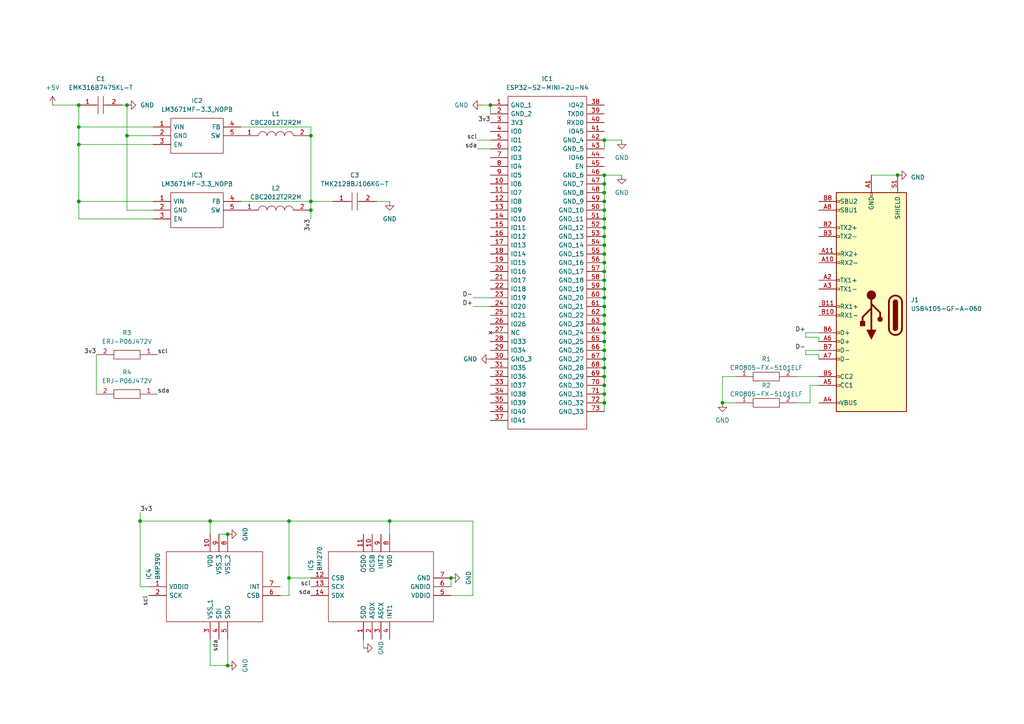
<source format=kicad_sch>
(kicad_sch (version 20230121) (generator eeschema)
  (paper "A4")
  (lib_symbols
    (symbol "Connector:USB_C_Receptacle" (pin_names (offset 1.016))
      (property "Reference" "J" (at -10.16 29.21 0))
      (property "Value" "USB_C_Receptacle" (at 10.16 29.21 0))
      (symbol "USB_C_Receptacle_0_0"
        (rectangle (start -0.254 -35.56) (end 0.254 -34.544))
        (rectangle (start 10.16 -32.766) (end 9.144 -33.274))
        (rectangle (start 10.16 -30.226) (end 9.144 -30.734))
        (rectangle (start 10.16 -25.146) (end 9.144 -25.654))
        (rectangle (start 10.16 -22.606) (end 9.144 -23.114))
        (rectangle (start 10.16 -17.526) (end 9.144 -18.034))
        (rectangle (start 10.16 -14.986) (end 9.144 -15.494))
        (rectangle (start 10.16 -9.906) (end 9.144 -10.414))
        (rectangle (start 10.16 -7.366) (end 9.144 -7.874))
        (rectangle (start 10.16 -2.286) (end 9.144 -2.794))
        (rectangle (start 10.16 0.254) (end 9.144 -0.254))
        (rectangle (start 10.16 5.334) (end 9.144 4.826))
        (rectangle (start 10.16 7.874) (end 9.144 7.366))
        (rectangle (start 10.16 10.414) (end 9.144 9.906))
        (rectangle (start 10.16 12.954) (end 9.144 12.446))
        (rectangle (start 10.16 18.034) (end 9.144 17.526))
        (rectangle (start 10.16 20.574) (end 9.144 20.066))
        (rectangle (start 10.16 25.654) (end 9.144 25.146))
      )
      (symbol "USB_C_Receptacle_0_1"
        (rectangle (start -10.16 27.94) (end 10.16 -35.56) (stroke (width 0.254)) (fill (type background)))
        (arc (start -8.89 -3.81) (mid -6.985 -5.7067) (end -5.08 -3.81) (stroke (width 0.508)))
        (arc (start -7.62 -3.81) (mid -6.985 -4.4423) (end -6.35 -3.81) (stroke (width 0.254)))
        (arc (start -7.62 -3.81) (mid -6.985 -4.4423) (end -6.35 -3.81) (stroke (width 0.254)) (fill (type outline)))
        (rectangle (start -7.62 -3.81) (end -6.35 3.81) (stroke (width 0.254)) (fill (type outline)))
        (arc (start -6.35 3.81) (mid -6.985 4.4423) (end -7.62 3.81) (stroke (width 0.254)))
        (arc (start -6.35 3.81) (mid -6.985 4.4423) (end -7.62 3.81) (stroke (width 0.254)) (fill (type outline)))
        (arc (start -5.08 3.81) (mid -6.985 5.7067) (end -8.89 3.81) (stroke (width 0.508)))
        (polyline (pts (xy -8.89 -3.81) (xy -8.89 3.81)) (stroke (width 0.508)))
        (polyline (pts (xy -5.08 3.81) (xy -5.08 -3.81)) (stroke (width 0.508)))
      )
      (symbol "USB_C_Receptacle_1_1"
        (circle (center -2.54 1.143) (radius 0.635) (stroke (width 0.254)) (fill (type outline)))
        (circle (center 0 -5.842) (radius 1.27) (fill (type outline)))
        (polyline (pts (xy 0 -5.842) (xy 0 4.318)) (stroke (width 0.508)))
        (polyline (pts (xy 0 -3.302) (xy -2.54 -0.762) (xy -2.54 0.508)) (stroke (width 0.508)))
        (polyline (pts (xy 0 -2.032) (xy 2.54 0.508) (xy 2.54 1.778)) (stroke (width 0.508)))
        (polyline (pts (xy -1.27 4.318) (xy 0 6.858) (xy 1.27 4.318) (xy -1.27 4.318)) (stroke (width 0.254)) (fill (type outline)))
        (rectangle (start 1.905 1.778) (end 3.175 3.048) (stroke (width 0.254)) (fill (type outline)))
        (pin passive line (at 0 -40.64 90) (length 5.08) (name "GND") (number "A1"))
        (pin bidirectional line (at 15.24 -15.24 180) (length 5.08) (name "RX2-") (number "A10"))
        (pin bidirectional line (at 15.24 -17.78 180) (length 5.08) (name "RX2+") (number "A11"))
        (pin passive line (at 0 -40.64 90) (length 5.08) hide (name "GND") (number "A12"))
        (pin bidirectional line (at 15.24 -10.16 180) (length 5.08) (name "TX1+") (number "A2"))
        (pin bidirectional line (at 15.24 -7.62 180) (length 5.08) (name "TX1-") (number "A3"))
        (pin passive line (at 15.24 25.4 180) (length 5.08) (name "VBUS") (number "A4"))
        (pin bidirectional line (at 15.24 20.32 180) (length 5.08) (name "CC1") (number "A5"))
        (pin bidirectional line (at 15.24 7.62 180) (length 5.08) (name "D+") (number "A6"))
        (pin bidirectional line (at 15.24 12.7 180) (length 5.08) (name "D-") (number "A7"))
        (pin bidirectional line (at 15.24 -30.48 180) (length 5.08) (name "SBU1") (number "A8"))
        (pin passive line (at 15.24 25.4 180) (length 5.08) hide (name "VBUS") (number "A9"))
        (pin passive line (at 0 -40.64 90) (length 5.08) hide (name "GND") (number "B1"))
        (pin bidirectional line (at 15.24 0 180) (length 5.08) (name "RX1-") (number "B10"))
        (pin bidirectional line (at 15.24 -2.54 180) (length 5.08) (name "RX1+") (number "B11"))
        (pin passive line (at 0 -40.64 90) (length 5.08) hide (name "GND") (number "B12"))
        (pin bidirectional line (at 15.24 -25.4 180) (length 5.08) (name "TX2+") (number "B2"))
        (pin bidirectional line (at 15.24 -22.86 180) (length 5.08) (name "TX2-") (number "B3"))
        (pin passive line (at 15.24 25.4 180) (length 5.08) hide (name "VBUS") (number "B4"))
        (pin bidirectional line (at 15.24 17.78 180) (length 5.08) (name "CC2") (number "B5"))
        (pin bidirectional line (at 15.24 5.08 180) (length 5.08) (name "D+") (number "B6"))
        (pin bidirectional line (at 15.24 10.16 180) (length 5.08) (name "D-") (number "B7"))
        (pin bidirectional line (at 15.24 -33.02 180) (length 5.08) (name "SBU2") (number "B8"))
        (pin passive line (at 15.24 25.4 180) (length 5.08) hide (name "VBUS") (number "B9"))
        (pin passive line (at -7.62 -40.64 90) (length 5.08) (name "SHIELD") (number "S1"))
      )
    )
    (symbol "GND_1" (power) (pin_names (offset 0))
      (property "Value" "GND_1" (at 0 -3.81 0))
      (symbol "GND_1_0_1"
        (polyline (pts (xy 0 0) (xy 0 -1.27) (xy 1.27 -1.27) (xy 0 -2.54) (xy -1.27 -1.27) (xy 0 -1.27)))
      )
      (symbol "GND_1_1_1"
        (pin power_in line (at 0 0 270) (length 0) hide (name "GND") (number "1"))
      )
    )
    (symbol "GND_2" (power) (pin_names (offset 0))
      (property "Value" "GND_2" (at 0 -3.81 0))
      (symbol "GND_2_0_1"
        (polyline (pts (xy 0 0) (xy 0 -1.27) (xy 1.27 -1.27) (xy 0 -2.54) (xy -1.27 -1.27) (xy 0 -1.27)))
      )
      (symbol "GND_2_1_1"
        (pin power_in line (at 0 0 270) (length 0) hide (name "GND") (number "1"))
      )
    )
    (symbol "SamacSys_Parts:BMI270" (pin_names (offset 0.762))
      (property "Reference" "IC" (at 26.67 15.24 0))
      (property "Value" "BMI270" (at 26.67 12.7 0))
      (symbol "BMI270_0_0"
        (pin passive line (at 0 0 0) (length 5.08) (name "SDO") (number "1"))
        (pin passive line (at 30.48 -2.54 180) (length 5.08) (name "OCSB") (number "10"))
        (pin passive line (at 30.48 0 180) (length 5.08) (name "OSDO") (number "11"))
        (pin passive line (at 17.78 15.24 270) (length 5.08) (name "CSB") (number "12"))
        (pin passive line (at 15.24 15.24 270) (length 5.08) (name "SCX") (number "13"))
        (pin passive line (at 12.7 15.24 270) (length 5.08) (name "SDX") (number "14"))
        (pin passive line (at 0 -2.54 0) (length 5.08) (name "ASDX") (number "2"))
        (pin passive line (at 0 -5.08 0) (length 5.08) (name "ASCX") (number "3"))
        (pin passive line (at 0 -7.62 0) (length 5.08) (name "INT1") (number "4"))
        (pin passive line (at 12.7 -25.4 90) (length 5.08) (name "VDDIO") (number "5"))
        (pin passive line (at 15.24 -25.4 90) (length 5.08) (name "GNDIO") (number "6"))
        (pin passive line (at 17.78 -25.4 90) (length 5.08) (name "GND") (number "7"))
        (pin passive line (at 30.48 -7.62 180) (length 5.08) (name "VDD") (number "8"))
        (pin passive line (at 30.48 -5.08 180) (length 5.08) (name "INT2") (number "9"))
      )
      (symbol "BMI270_0_1"
        (polyline (pts (xy 5.08 10.16) (xy 25.4 10.16) (xy 25.4 -20.32) (xy 5.08 -20.32) (xy 5.08 10.16)) (stroke (width 0.1524)))
      )
    )
    (symbol "SamacSys_Parts:BMP390" (pin_names (offset 0.762))
      (property "Reference" "IC" (at 26.67 17.78 0))
      (property "Value" "BMP390" (at 26.67 15.24 0))
      (symbol "BMP390_0_0"
        (pin passive line (at 15.24 17.78 270) (length 5.08) (name "VDDIO") (number "1"))
        (pin passive line (at 30.48 0 180) (length 5.08) (name "VDD") (number "10"))
        (pin passive line (at 12.7 17.78 270) (length 5.08) (name "SCK") (number "2"))
        (pin passive line (at 0 0 0) (length 5.08) (name "VSS_1") (number "3"))
        (pin passive line (at 0 -2.54 0) (length 5.08) (name "SDI") (number "4"))
        (pin passive line (at 0 -5.08 0) (length 5.08) (name "SDO") (number "5"))
        (pin passive line (at 12.7 -20.32 90) (length 5.08) (name "CSB") (number "6"))
        (pin passive line (at 15.24 -20.32 90) (length 5.08) (name "INT") (number "7"))
        (pin passive line (at 30.48 -5.08 180) (length 5.08) (name "VSS_2") (number "8"))
        (pin passive line (at 30.48 -2.54 180) (length 5.08) (name "VSS_3") (number "9"))
      )
      (symbol "BMP390_0_1"
        (polyline (pts (xy 5.08 12.7) (xy 25.4 12.7) (xy 25.4 -15.24) (xy 5.08 -15.24) (xy 5.08 12.7)) (stroke (width 0.1524)))
      )
    )
    (symbol "SamacSys_Parts:CBC2012T2R2M" (pin_names (offset 0.762))
      (property "Reference" "L" (at 16.51 6.35 0))
      (property "Value" "CBC2012T2R2M" (at 16.51 3.81 0))
      (symbol "CBC2012T2R2M_0_0"
        (pin passive line (at 0 0 0) (length 5.08) (name "~") (number "1"))
        (pin passive line (at 20.32 0 180) (length 5.08) (name "~") (number "2"))
      )
      (symbol "CBC2012T2R2M_0_1"
        (arc (start 7.62 0) (mid 6.35 1.2202) (end 5.08 0) (stroke (width 0.1524)))
        (arc (start 10.16 0) (mid 8.89 1.2202) (end 7.62 0) (stroke (width 0.1524)))
        (arc (start 12.7 0) (mid 11.43 1.2202) (end 10.16 0) (stroke (width 0.1524)))
        (arc (start 15.24 0) (mid 13.97 1.2202) (end 12.7 0) (stroke (width 0.1524)))
      )
    )
    (symbol "SamacSys_Parts:CR0805-FX-5101ELF" (pin_names (offset 0.762))
      (property "Reference" "R" (at 13.97 6.35 0))
      (property "Value" "CR0805-FX-5101ELF" (at 13.97 3.81 0))
      (symbol "CR0805-FX-5101ELF_0_0"
        (pin passive line (at 0 0 0) (length 5.08) (name "~") (number "1"))
        (pin passive line (at 17.78 0 180) (length 5.08) (name "~") (number "2"))
      )
      (symbol "CR0805-FX-5101ELF_0_1"
        (polyline (pts (xy 5.08 1.27) (xy 12.7 1.27) (xy 12.7 -1.27) (xy 5.08 -1.27) (xy 5.08 1.27)) (stroke (width 0.1524)))
      )
    )
    (symbol "SamacSys_Parts:EMK316B7475KL-T" (pin_names (offset 0.762))
      (property "Reference" "C" (at 8.89 6.35 0))
      (property "Value" "EMK316B7475KL-T" (at 8.89 3.81 0))
      (symbol "EMK316B7475KL-T_0_0"
        (pin passive line (at 0 0 0) (length 5.08) (name "~") (number "1"))
        (pin passive line (at 12.7 0 180) (length 5.08) (name "~") (number "2"))
      )
      (symbol "EMK316B7475KL-T_0_1"
        (polyline (pts (xy 5.08 0) (xy 5.588 0)) (stroke (width 0.1524)))
        (polyline (pts (xy 5.588 2.54) (xy 5.588 -2.54)) (stroke (width 0.1524)))
        (polyline (pts (xy 7.112 0) (xy 7.62 0)) (stroke (width 0.1524)))
        (polyline (pts (xy 7.112 2.54) (xy 7.112 -2.54)) (stroke (width 0.1524)))
      )
    )
    (symbol "SamacSys_Parts:ERJ-P06J472V" (pin_names (offset 0.762))
      (property "Reference" "R" (at 13.97 6.35 0))
      (property "Value" "ERJ-P06J472V" (at 13.97 3.81 0))
      (symbol "ERJ-P06J472V_0_0"
        (pin passive line (at 0 0 0) (length 5.08) (name "~") (number "1"))
        (pin passive line (at 17.78 0 180) (length 5.08) (name "~") (number "2"))
      )
      (symbol "ERJ-P06J472V_0_1"
        (polyline (pts (xy 5.08 1.27) (xy 12.7 1.27) (xy 12.7 -1.27) (xy 5.08 -1.27) (xy 5.08 1.27)) (stroke (width 0.1524)))
      )
    )
    (symbol "SamacSys_Parts:ESP32-S2-MINI-2U-N4" (pin_names (offset 0.762))
      (property "Reference" "IC" (at 29.21 7.62 0))
      (property "Value" "ESP32-S2-MINI-2U-N4" (at 29.21 5.08 0))
      (symbol "ESP32-S2-MINI-2U-N4_0_0"
        (pin passive line (at 0 0 0) (length 5.08) (name "GND_1") (number "1"))
        (pin passive line (at 0 -22.86 0) (length 5.08) (name "IO6") (number "10"))
        (pin passive line (at 0 -25.4 0) (length 5.08) (name "IO7") (number "11"))
        (pin passive line (at 0 -27.94 0) (length 5.08) (name "IO8") (number "12"))
        (pin passive line (at 0 -30.48 0) (length 5.08) (name "IO9") (number "13"))
        (pin passive line (at 0 -33.02 0) (length 5.08) (name "IO10") (number "14"))
        (pin passive line (at 0 -35.56 0) (length 5.08) (name "IO11") (number "15"))
        (pin passive line (at 0 -38.1 0) (length 5.08) (name "IO12") (number "16"))
        (pin passive line (at 0 -40.64 0) (length 5.08) (name "IO13") (number "17"))
        (pin passive line (at 0 -43.18 0) (length 5.08) (name "IO14") (number "18"))
        (pin passive line (at 0 -45.72 0) (length 5.08) (name "IO15") (number "19"))
        (pin passive line (at 0 -2.54 0) (length 5.08) (name "GND_2") (number "2"))
        (pin passive line (at 0 -48.26 0) (length 5.08) (name "IO16") (number "20"))
        (pin passive line (at 0 -50.8 0) (length 5.08) (name "IO17") (number "21"))
        (pin passive line (at 0 -53.34 0) (length 5.08) (name "IO18") (number "22"))
        (pin passive line (at 0 -55.88 0) (length 5.08) (name "IO19") (number "23"))
        (pin passive line (at 0 -58.42 0) (length 5.08) (name "IO20") (number "24"))
        (pin passive line (at 0 -60.96 0) (length 5.08) (name "IO21") (number "25"))
        (pin passive line (at 0 -63.5 0) (length 5.08) (name "IO26") (number "26"))
        (pin no_connect line (at 0 -66.04 0) (length 5.08) (name "NC") (number "27"))
        (pin passive line (at 0 -68.58 0) (length 5.08) (name "IO33") (number "28"))
        (pin passive line (at 0 -71.12 0) (length 5.08) (name "IO34") (number "29"))
        (pin passive line (at 0 -5.08 0) (length 5.08) (name "3V3") (number "3"))
        (pin passive line (at 0 -73.66 0) (length 5.08) (name "GND_3") (number "30"))
        (pin passive line (at 0 -76.2 0) (length 5.08) (name "IO35") (number "31"))
        (pin passive line (at 0 -78.74 0) (length 5.08) (name "IO36") (number "32"))
        (pin passive line (at 0 -81.28 0) (length 5.08) (name "IO37") (number "33"))
        (pin passive line (at 0 -83.82 0) (length 5.08) (name "IO38") (number "34"))
        (pin passive line (at 0 -86.36 0) (length 5.08) (name "IO39") (number "35"))
        (pin passive line (at 0 -88.9 0) (length 5.08) (name "IO40") (number "36"))
        (pin passive line (at 0 -91.44 0) (length 5.08) (name "IO41") (number "37"))
        (pin passive line (at 33.02 0 180) (length 5.08) (name "IO42") (number "38"))
        (pin passive line (at 33.02 -2.54 180) (length 5.08) (name "TXD0") (number "39"))
        (pin passive line (at 0 -7.62 0) (length 5.08) (name "IO0") (number "4"))
        (pin passive line (at 33.02 -5.08 180) (length 5.08) (name "RXD0") (number "40"))
        (pin passive line (at 33.02 -7.62 180) (length 5.08) (name "IO45") (number "41"))
        (pin passive line (at 33.02 -10.16 180) (length 5.08) (name "GND_4") (number "42"))
        (pin passive line (at 33.02 -12.7 180) (length 5.08) (name "GND_5") (number "43"))
        (pin passive line (at 33.02 -15.24 180) (length 5.08) (name "IO46") (number "44"))
        (pin passive line (at 33.02 -17.78 180) (length 5.08) (name "EN") (number "45"))
        (pin passive line (at 33.02 -20.32 180) (length 5.08) (name "GND_6") (number "46"))
        (pin passive line (at 33.02 -22.86 180) (length 5.08) (name "GND_7") (number "47"))
        (pin passive line (at 33.02 -25.4 180) (length 5.08) (name "GND_8") (number "48"))
        (pin passive line (at 33.02 -27.94 180) (length 5.08) (name "GND_9") (number "49"))
        (pin passive line (at 0 -10.16 0) (length 5.08) (name "IO1") (number "5"))
        (pin passive line (at 33.02 -30.48 180) (length 5.08) (name "GND_10") (number "50"))
        (pin passive line (at 33.02 -33.02 180) (length 5.08) (name "GND_11") (number "51"))
        (pin passive line (at 33.02 -35.56 180) (length 5.08) (name "GND_12") (number "52"))
        (pin passive line (at 33.02 -38.1 180) (length 5.08) (name "GND_13") (number "53"))
        (pin passive line (at 33.02 -40.64 180) (length 5.08) (name "GND_14") (number "54"))
        (pin passive line (at 33.02 -43.18 180) (length 5.08) (name "GND_15") (number "55"))
        (pin passive line (at 33.02 -45.72 180) (length 5.08) (name "GND_16") (number "56"))
        (pin passive line (at 33.02 -48.26 180) (length 5.08) (name "GND_17") (number "57"))
        (pin passive line (at 33.02 -50.8 180) (length 5.08) (name "GND_18") (number "58"))
        (pin passive line (at 33.02 -53.34 180) (length 5.08) (name "GND_19") (number "59"))
        (pin passive line (at 0 -12.7 0) (length 5.08) (name "IO2") (number "6"))
        (pin passive line (at 33.02 -55.88 180) (length 5.08) (name "GND_20") (number "60"))
        (pin passive line (at 33.02 -58.42 180) (length 5.08) (name "GND_21") (number "61"))
        (pin passive line (at 33.02 -60.96 180) (length 5.08) (name "GND_22") (number "62"))
        (pin passive line (at 33.02 -63.5 180) (length 5.08) (name "GND_23") (number "63"))
        (pin passive line (at 33.02 -66.04 180) (length 5.08) (name "GND_24") (number "64"))
        (pin passive line (at 33.02 -68.58 180) (length 5.08) (name "GND_25") (number "65"))
        (pin passive line (at 33.02 -71.12 180) (length 5.08) (name "GND_26") (number "66"))
        (pin passive line (at 33.02 -73.66 180) (length 5.08) (name "GND_27") (number "67"))
        (pin passive line (at 33.02 -76.2 180) (length 5.08) (name "GND_28") (number "68"))
        (pin passive line (at 33.02 -78.74 180) (length 5.08) (name "GND_29") (number "69"))
        (pin passive line (at 0 -15.24 0) (length 5.08) (name "IO3") (number "7"))
        (pin passive line (at 33.02 -81.28 180) (length 5.08) (name "GND_30") (number "70"))
        (pin passive line (at 33.02 -83.82 180) (length 5.08) (name "GND_31") (number "71"))
        (pin passive line (at 33.02 -86.36 180) (length 5.08) (name "GND_32") (number "72"))
        (pin passive line (at 33.02 -88.9 180) (length 5.08) (name "GND_33") (number "73"))
        (pin passive line (at 0 -17.78 0) (length 5.08) (name "IO4") (number "8"))
        (pin passive line (at 0 -20.32 0) (length 5.08) (name "IO5") (number "9"))
      )
      (symbol "ESP32-S2-MINI-2U-N4_0_1"
        (polyline (pts (xy 5.08 2.54) (xy 27.94 2.54) (xy 27.94 -93.98) (xy 5.08 -93.98) (xy 5.08 2.54)) (stroke (width 0.1524)))
      )
    )
    (symbol "SamacSys_Parts:LM3671MF-3.3_NOPB" (pin_names (offset 0.762))
      (property "Reference" "IC" (at 21.59 7.62 0))
      (property "Value" "LM3671MF-3.3_NOPB" (at 21.59 5.08 0))
      (symbol "LM3671MF-3.3_NOPB_0_0"
        (pin passive line (at 0 0 0) (length 5.08) (name "VIN") (number "1"))
        (pin passive line (at 0 -2.54 0) (length 5.08) (name "GND") (number "2"))
        (pin passive line (at 0 -5.08 0) (length 5.08) (name "EN") (number "3"))
        (pin passive line (at 25.4 0 180) (length 5.08) (name "FB") (number "4"))
        (pin passive line (at 25.4 -2.54 180) (length 5.08) (name "SW") (number "5"))
      )
      (symbol "LM3671MF-3.3_NOPB_0_1"
        (polyline (pts (xy 5.08 2.54) (xy 20.32 2.54) (xy 20.32 -7.62) (xy 5.08 -7.62) (xy 5.08 2.54)) (stroke (width 0.1524)))
      )
    )
    (symbol "SamacSys_Parts:TMK212BBJ106KG-T" (pin_names (offset 0.762))
      (property "Reference" "C" (at 8.89 6.35 0))
      (property "Value" "TMK212BBJ106KG-T" (at 8.89 3.81 0))
      (symbol "TMK212BBJ106KG-T_0_0"
        (pin passive line (at 0 0 0) (length 5.08) (name "~") (number "1"))
        (pin passive line (at 12.7 0 180) (length 5.08) (name "~") (number "2"))
      )
      (symbol "TMK212BBJ106KG-T_0_1"
        (polyline (pts (xy 5.08 0) (xy 5.588 0)) (stroke (width 0.1524)))
        (polyline (pts (xy 5.588 2.54) (xy 5.588 -2.54)) (stroke (width 0.1524)))
        (polyline (pts (xy 7.112 0) (xy 7.62 0)) (stroke (width 0.1524)))
        (polyline (pts (xy 7.112 2.54) (xy 7.112 -2.54)) (stroke (width 0.1524)))
      )
    )
    (symbol "power:+5V" (power) (pin_names (offset 0))
      (property "Value" "+5V" (at 0 3.556 0))
      (symbol "+5V_0_1"
        (polyline (pts (xy -0.762 1.27) (xy 0 2.54)))
        (polyline (pts (xy 0 0) (xy 0 2.54)))
        (polyline (pts (xy 0 2.54) (xy 0.762 1.27)))
      )
      (symbol "+5V_1_1"
        (pin power_in line (at 0 0 90) (length 0) hide (name "+5V") (number "1"))
      )
    )
    (symbol "power:GND" (power) (pin_names (offset 0))
      (property "Value" "GND" (at 0 -3.81 0))
      (symbol "GND_0_1"
        (polyline (pts (xy 0 0) (xy 0 -1.27) (xy 1.27 -1.27) (xy 0 -2.54) (xy -1.27 -1.27) (xy 0 -1.27)))
      )
      (symbol "GND_1_1"
        (pin power_in line (at 0 0 270) (length 0) hide (name "GND") (number "1"))
      )
    )
  )
  (junction (at 175.26 66.04))
  (junction (at 22.86 30.48))
  (junction (at 90.17 58.42))
  (junction (at 175.26 91.44))
  (junction (at 22.86 41.91))
  (junction (at 113.03 151.13))
  (junction (at 142.24 30.48))
  (junction (at 90.17 60.96))
  (junction (at 175.26 60.96))
  (junction (at 175.26 116.84))
  (junction (at 175.26 114.3))
  (junction (at 175.26 106.68))
  (junction (at 175.26 58.42))
  (junction (at 175.26 76.2))
  (junction (at 175.26 86.36))
  (junction (at 175.26 40.64))
  (junction (at 83.82 151.13))
  (junction (at 175.26 55.88))
  (junction (at 175.26 68.58))
  (junction (at 175.26 111.76))
  (junction (at 175.26 96.52))
  (junction (at 60.96 151.13))
  (junction (at 175.26 78.74))
  (junction (at 130.81 167.64))
  (junction (at 175.26 88.9))
  (junction (at 66.04 154.94))
  (junction (at 90.17 39.37))
  (junction (at 209.55 116.84))
  (junction (at 175.26 63.5))
  (junction (at 22.86 36.83))
  (junction (at 175.26 83.82))
  (junction (at 36.83 30.48))
  (junction (at 66.04 193.04))
  (junction (at 36.83 39.37))
  (junction (at 175.26 81.28))
  (junction (at 175.26 99.06))
  (junction (at 175.26 73.66))
  (junction (at 175.26 50.8))
  (junction (at 175.26 109.22))
  (junction (at 260.35 50.8))
  (junction (at 175.26 104.14))
  (junction (at 175.26 101.6))
  (junction (at 175.26 93.98))
  (junction (at 175.26 53.34))
  (junction (at 175.26 71.12))
  (junction (at 22.86 58.42))
  (junction (at 40.64 151.13))
  (junction (at 83.82 167.64))
  (wire (pts (xy 252.73 50.8) (xy 260.35 50.8)))
  (wire (pts (xy 175.26 55.88) (xy 175.26 58.42)))
  (wire (pts (xy 231.14 109.22) (xy 237.49 109.22)))
  (wire (pts (xy 83.82 151.13) (xy 113.03 151.13)))
  (wire (pts (xy 175.26 104.14) (xy 175.26 106.68)))
  (wire (pts (xy 66.04 193.04) (xy 66.04 185.42)))
  (wire (pts (xy 44.45 36.83) (xy 22.86 36.83)))
  (wire (pts (xy 40.64 170.18) (xy 43.18 170.18)))
  (wire (pts (xy 109.22 58.42) (xy 113.03 58.42)))
  (wire (pts (xy 36.83 60.96) (xy 44.45 60.96)))
  (wire (pts (xy 69.85 58.42) (xy 90.17 58.42)))
  (wire (pts (xy 175.26 86.36) (xy 175.26 88.9)))
  (wire (pts (xy 175.26 73.66) (xy 175.26 76.2)))
  (wire (pts (xy 175.26 111.76) (xy 175.26 114.3)))
  (wire (pts (xy 90.17 58.42) (xy 90.17 60.96)))
  (wire (pts (xy 234.95 111.76) (xy 237.49 111.76)))
  (wire (pts (xy 233.68 102.87) (xy 237.49 102.87)))
  (wire (pts (xy 175.26 88.9) (xy 175.26 91.44)))
  (wire (pts (xy 175.26 78.74) (xy 175.26 81.28)))
  (wire (pts (xy 83.82 172.72) (xy 81.28 172.72)))
  (wire (pts (xy 175.26 83.82) (xy 175.26 86.36)))
  (wire (pts (xy 175.26 106.68) (xy 175.26 109.22)))
  (wire (pts (xy 233.68 101.6) (xy 233.68 102.87)))
  (wire (pts (xy 237.49 102.87) (xy 237.49 104.14)))
  (wire (pts (xy 40.64 151.13) (xy 40.64 170.18)))
  (wire (pts (xy 209.55 116.84) (xy 209.55 109.22)))
  (wire (pts (xy 233.68 96.52) (xy 233.68 97.79)))
  (wire (pts (xy 22.86 41.91) (xy 22.86 36.83)))
  (wire (pts (xy 175.26 91.44) (xy 175.26 93.98)))
  (wire (pts (xy 175.26 114.3) (xy 175.26 116.84)))
  (wire (pts (xy 44.45 58.42) (xy 22.86 58.42)))
  (wire (pts (xy 15.24 30.48) (xy 22.86 30.48)))
  (wire (pts (xy 175.26 99.06) (xy 175.26 101.6)))
  (wire (pts (xy 60.96 151.13) (xy 83.82 151.13)))
  (wire (pts (xy 175.26 109.22) (xy 175.26 111.76)))
  (wire (pts (xy 130.81 170.18) (xy 130.81 167.64)))
  (wire (pts (xy 237.49 97.79) (xy 237.49 99.06)))
  (wire (pts (xy 137.16 86.36) (xy 142.24 86.36)))
  (wire (pts (xy 130.81 172.72) (xy 137.16 172.72)))
  (wire (pts (xy 96.52 58.42) (xy 90.17 58.42)))
  (wire (pts (xy 44.45 41.91) (xy 22.86 41.91)))
  (wire (pts (xy 27.94 102.87) (xy 27.94 114.3)))
  (wire (pts (xy 175.26 66.04) (xy 175.26 68.58)))
  (wire (pts (xy 113.03 151.13) (xy 137.16 151.13)))
  (wire (pts (xy 175.26 76.2) (xy 175.26 78.74)))
  (wire (pts (xy 36.83 30.48) (xy 36.83 39.37)))
  (wire (pts (xy 22.86 63.5) (xy 22.86 58.42)))
  (wire (pts (xy 175.26 63.5) (xy 175.26 66.04)))
  (wire (pts (xy 175.26 58.42) (xy 175.26 60.96)))
  (wire (pts (xy 83.82 167.64) (xy 90.17 167.64)))
  (wire (pts (xy 175.26 60.96) (xy 175.26 63.5)))
  (wire (pts (xy 63.5 154.94) (xy 66.04 154.94)))
  (wire (pts (xy 22.86 30.48) (xy 22.86 36.83)))
  (wire (pts (xy 175.26 50.8) (xy 180.34 50.8)))
  (wire (pts (xy 60.96 151.13) (xy 60.96 154.94)))
  (wire (pts (xy 209.55 116.84) (xy 213.36 116.84)))
  (wire (pts (xy 40.64 148.59) (xy 40.64 151.13)))
  (wire (pts (xy 175.26 96.52) (xy 175.26 99.06)))
  (wire (pts (xy 142.24 30.48) (xy 142.24 33.02)))
  (wire (pts (xy 175.26 81.28) (xy 175.26 83.82)))
  (wire (pts (xy 35.56 30.48) (xy 36.83 30.48)))
  (wire (pts (xy 83.82 167.64) (xy 83.82 172.72)))
  (wire (pts (xy 44.45 63.5) (xy 22.86 63.5)))
  (wire (pts (xy 175.26 93.98) (xy 175.26 96.52)))
  (wire (pts (xy 175.26 50.8) (xy 175.26 53.34)))
  (wire (pts (xy 90.17 39.37) (xy 90.17 58.42)))
  (wire (pts (xy 36.83 39.37) (xy 36.83 60.96)))
  (wire (pts (xy 175.26 71.12) (xy 175.26 73.66)))
  (wire (pts (xy 138.43 40.64) (xy 142.24 40.64)))
  (wire (pts (xy 175.26 53.34) (xy 175.26 55.88)))
  (wire (pts (xy 113.03 154.94) (xy 113.03 151.13)))
  (wire (pts (xy 40.64 151.13) (xy 60.96 151.13)))
  (wire (pts (xy 137.16 151.13) (xy 137.16 172.72)))
  (wire (pts (xy 60.96 193.04) (xy 60.96 185.42)))
  (wire (pts (xy 90.17 60.96) (xy 90.17 63.5)))
  (wire (pts (xy 90.17 36.83) (xy 90.17 39.37)))
  (wire (pts (xy 36.83 39.37) (xy 44.45 39.37)))
  (wire (pts (xy 137.16 88.9) (xy 142.24 88.9)))
  (wire (pts (xy 83.82 151.13) (xy 83.82 167.64)))
  (wire (pts (xy 69.85 36.83) (xy 90.17 36.83)))
  (wire (pts (xy 139.7 30.48) (xy 142.24 30.48)))
  (wire (pts (xy 234.95 111.76) (xy 234.95 116.84)))
  (wire (pts (xy 175.26 101.6) (xy 175.26 104.14)))
  (wire (pts (xy 209.55 109.22) (xy 213.36 109.22)))
  (wire (pts (xy 234.95 116.84) (xy 231.14 116.84)))
  (wire (pts (xy 175.26 40.64) (xy 180.34 40.64)))
  (wire (pts (xy 60.96 193.04) (xy 66.04 193.04)))
  (wire (pts (xy 175.26 40.64) (xy 175.26 43.18)))
  (wire (pts (xy 105.41 187.96) (xy 105.41 185.42)))
  (wire (pts (xy 233.68 101.6) (xy 237.49 101.6)))
  (wire (pts (xy 233.68 97.79) (xy 237.49 97.79)))
  (wire (pts (xy 138.43 43.18) (xy 142.24 43.18)))
  (wire (pts (xy 233.68 96.52) (xy 237.49 96.52)))
  (wire (pts (xy 22.86 58.42) (xy 22.86 41.91)))
  (wire (pts (xy 175.26 116.84) (xy 175.26 119.38)))
  (wire (pts (xy 175.26 68.58) (xy 175.26 71.12)))
  (label "D+" (at 233.68 96.52 180))
  (label "sda" (at 63.5 185.42 270))
  (label "scl" (at 45.72 102.87 0))
  (label "scl" (at 90.17 170.18 180))
  (label "sda" (at 90.17 172.72 180))
  (label "sda" (at 45.72 114.3 0))
  (label "scl" (at 138.43 40.64 180))
  (label "D-" (at 137.16 86.36 180))
  (label "3v3" (at 40.64 148.59 0))
  (label "D-" (at 233.68 101.6 180))
  (label "3v3" (at 142.24 35.56 180))
  (label "sda" (at 138.43 43.18 180))
  (label "scl" (at 43.18 172.72 270))
  (label "3v3" (at 90.17 63.5 270))
  (label "D+" (at 137.16 88.9 180))
  (label "3v3" (at 27.94 102.87 180))
  (symbol (lib_name "GND_1") (lib_id "power:GND") (at 260.35 50.8 90) (unit 1)
    (property "Reference" "#PWR01" (effects hide))
    (property "Value" "GND" (at 264.16 51.435 90) (effects (justify right)))
  )
  (symbol (lib_id "power:GND") (at 66.04 193.04 90) (unit 1)
    (property "Reference" "#PWR0103" (effects hide))
    (property "Value" "GND" (at 71.12 193.04 0))
  )
  (symbol (lib_id "SamacSys_Parts:LM3671MF-3.3_NOPB") (at 44.45 36.83 0) (unit 1)
    (property "Reference" "IC2" (at 57.15 29.21 0))
    (property "Value" "LM3671MF-3.3_NOPB" (at 57.15 31.75 0))
    (property "Footprint" "mouser:SOT95P284X119-5N" (effects hide))
    (property "Datasheet" "https://datasheet.datasheetarchive.com/originals/distributors/Datasheets-DGA18/339379.pdf" (effects hide))
    (property "Description" "DC-DC Converter Step-Dn 2.7-5.5V SOT23-5 Texas Instruments LM3671MF-3.3/NOPB, Step Down DC-DC Converter, 600mA, Adjustable, 1.1  3.3 V, 5-Pin SOT-23" (effects hide))
    (property "Height" "1.19" (effects hide))
    (property "Mouser Part Number" "926-LM3671MF-3.3NOPB" (effects hide))
    (property "Mouser Price/Stock" "https://www.mouser.co.uk/ProductDetail/Texas-Instruments/LM3671MF-3.3-NOPB?qs=QbsRYf82W3E7NHceZ4TukA%3D%3D" (effects hide))
    (property "Manufacturer_Name" "Texas Instruments" (effects hide))
    (property "Manufacturer_Part_Number" "LM3671MF-3.3/NOPB" (effects hide))
  )
  (symbol (lib_id "power:GND") (at 130.81 167.64 90) (unit 1)
    (property "Reference" "#PWR0106" (effects hide))
    (property "Value" "GND" (at 135.89 167.64 0))
  )
  (symbol (lib_id "SamacSys_Parts:CBC2012T2R2M") (at 69.85 60.96 0) (unit 1)
    (property "Reference" "L2" (at 80.01 54.61 0))
    (property "Value" "CBC2012T2R2M" (at 80.01 57.15 0))
    (property "Footprint" "mouser:INDC2012X145N" (effects hide))
    (property "Datasheet" "https://www.yuden.co.jp/productdata/catalog/wound02_hq_e.pdf" (effects hide))
    (property "Description" "Taiyo Yuden Type 0805 Wire-wound SMD Inductor 2.2 H +/-20% Wire-Wound 640mA Idc" (effects hide))
    (property "Height" "1.45" (effects hide))
    (property "Mouser Part Number" "963-CBC2012T2R2M" (effects hide))
    (property "Mouser Price/Stock" "https://www.mouser.co.uk/ProductDetail/Taiyo-Yuden/CBC2012T2R2M?qs=I6KAKw0tg2xvZojwJYHx6A%3D%3D" (effects hide))
    (property "Manufacturer_Name" "TAIYO YUDEN" (effects hide))
    (property "Manufacturer_Part_Number" "CBC2012T2R2M" (effects hide))
  )
  (symbol (lib_id "power:GND") (at 180.34 40.64 0) (unit 1)
    (property "Reference" "#PWR0110" (effects hide))
    (property "Value" "GND" (at 180.34 45.72 0))
  )
  (symbol (lib_id "power:GND") (at 142.24 104.14 270) (unit 1)
    (property "Reference" "#PWR0109" (effects hide))
    (property "Value" "GND" (at 138.43 104.1399 90) (effects (justify right)))
  )
  (symbol (lib_id "SamacSys_Parts:ESP32-S2-MINI-2U-N4") (at 142.24 30.48 0) (unit 1)
    (property "Reference" "IC1" (at 158.75 22.86 0))
    (property "Value" "ESP32-S2-MINI-2U-N4" (at 158.75 25.4 0))
    (property "Footprint" "mouser:ESP32S2MINI2UN4" (effects hide))
    (property "Datasheet" "https://www.espressif.com/sites/default/files/documentation/esp32-s2-mini-2_esp32-s2-mini-2u_datasheet_en.pdf" (effects hide))
    (property "Description" "WiFi Modules - 802.11 SMD module, ESP32-S2FH4 ECO1 with 4 MB flash die inside, IPEX connector" (effects hide))
    (property "Height" "2.55" (effects hide))
    (property "Mouser Part Number" "356-ESP32MINI-2U-N4" (effects hide))
    (property "Mouser Price/Stock" "https://www.mouser.co.uk/ProductDetail/Espressif-Systems/ESP32-S2-MINI-2U-N4?qs=vvQtp7zwQdMhxmYSOZwMIQ%3D%3D" (effects hide))
    (property "Manufacturer_Name" "Espressif Systems" (effects hide))
    (property "Manufacturer_Part_Number" "ESP32-S2-MINI-2U-N4" (effects hide))
  )
  (symbol (lib_id "power:GND") (at 139.7 30.48 270) (unit 1)
    (property "Reference" "#PWR0105" (effects hide))
    (property "Value" "GND" (at 135.89 30.4799 90) (effects (justify right)))
  )
  (symbol (lib_id "SamacSys_Parts:TMK212BBJ106KG-T") (at 96.52 58.42 0) (unit 1)
    (property "Reference" "C3" (at 102.87 50.8 0))
    (property "Value" "TMK212BBJ106KG-T" (at 102.87 53.34 0))
    (property "Footprint" "mouser:CAPC2114X145N" (effects hide))
    (property "Datasheet" "https://ds.yuden.co.jp/TYCOMPAS/or/specSheet?pn=MSAST21GBB5106KTNA01" (effects hide))
    (property "Description" "TAIYO YUDEN - TMK212BBJ106KG-T - CERAMIC CAPACITOR, 10UF, 25V, X5R, 10%, 0805, FULL REEL" (effects hide))
    (property "Height" "1.45" (effects hide))
    (property "Mouser Part Number" "963-TMK212BBJ106KG-T" (effects hide))
    (property "Mouser Price/Stock" "https://www.mouser.co.uk/ProductDetail/Taiyo-Yuden/TMK212BBJ106KG-T?qs=PzICbMaShUdwxQxDcETuPw%3D%3D" (effects hide))
    (property "Manufacturer_Name" "TAIYO YUDEN" (effects hide))
    (property "Manufacturer_Part_Number" "TMK212BBJ106KG-T" (effects hide))
  )
  (symbol (lib_id "power:GND") (at 113.03 58.42 0) (unit 1)
    (property "Reference" "#PWR0101" (effects hide))
    (property "Value" "GND" (at 113.03 63.5 0))
  )
  (symbol (lib_id "SamacSys_Parts:ERJ-P06J472V") (at 45.72 114.3 180) (unit 1)
    (property "Reference" "R4" (at 36.83 107.95 0))
    (property "Value" "ERJ-P06J472V" (at 36.83 110.49 0))
    (property "Footprint" "Resistor_SMD:R_0805_2012Metric_Pad1.20x1.40mm_HandSolder" (effects hide))
    (property "Datasheet" "https://industrial.panasonic.com/cdbs/www-data/pdf/RDO0000/AOA0000C331.pdf" (effects hide))
    (property "Description" "Thick Film Resistors - SMD 0805 4.7Kohms 0.5W 5% AEC-Q200" (effects hide))
    (property "Height" "0.7" (effects hide))
    (property "Mouser Part Number" "667-ERJ-P06J472V" (effects hide))
    (property "Mouser Price/Stock" "https://www.mouser.co.uk/ProductDetail/Panasonic/ERJ-P06J472V?qs=1VWA5LkbEapBfNZYlo8Dpw%3D%3D" (effects hide))
    (property "Manufacturer_Name" "Panasonic" (effects hide))
    (property "Manufacturer_Part_Number" "ERJ-P06J472V" (effects hide))
  )
  (symbol (lib_id "power:GND") (at 105.41 187.96 90) (unit 1)
    (property "Reference" "#PWR0107" (effects hide))
    (property "Value" "GND" (at 110.49 187.96 0))
  )
  (symbol (lib_id "SamacSys_Parts:EMK316B7475KL-T") (at 22.86 30.48 0) (unit 1)
    (property "Reference" "C1" (at 29.21 22.86 0))
    (property "Value" "EMK316B7475KL-T" (at 29.21 25.4 0))
    (property "Footprint" "mouser:CAPC3216X180N" (effects hide))
    (property "Datasheet" "https://componentsearchengine.com/Datasheets/1/EMK316B7475KL-T.pdf" (effects hide))
    (property "Description" "Multilayer Ceramic Capacitors MLCC - SMD/SMT 4.7uF 16V X7R +/-10% 1206 Gen Purp" (effects hide))
    (property "Height" "1.8" (effects hide))
    (property "Mouser Part Number" "963-EMK316B7475KL-T" (effects hide))
    (property "Mouser Price/Stock" "http://www.mouser.com/Search/ProductDetail.aspx?qs=I6KAKw0tg2xhDY35w16PKg%3d%3d" (effects hide))
    (property "Manufacturer_Name" "TAIYO YUDEN" (effects hide))
    (property "Manufacturer_Part_Number" "EMK316B7475KL-T" (effects hide))
  )
  (symbol (lib_id "Connector:USB_C_Receptacle") (at 252.73 91.44 180) (unit 1)
    (property "Reference" "J1" (at 264.16 86.995 0) (effects (justify right)))
    (property "Value" "USB4105-GF-A-060 " (at 264.16 89.535 0) (effects (justify right)))
    (property "Footprint" "Connector_USB:USB_C_Receptacle_GCT_USB4105-xx-A_16P_TopMnt_Horizontal" (effects hide))
    (property "Datasheet" "https://www.usb.org/sites/default/files/documents/usb_type-c.zip" (effects hide))
  )
  (symbol (lib_id "SamacSys_Parts:CBC2012T2R2M") (at 69.85 39.37 0) (unit 1)
    (property "Reference" "L1" (at 80.01 33.02 0))
    (property "Value" "CBC2012T2R2M" (at 80.01 35.56 0))
    (property "Footprint" "mouser:INDC2012X145N" (effects hide))
    (property "Datasheet" "https://www.yuden.co.jp/productdata/catalog/wound02_hq_e.pdf" (effects hide))
    (property "Description" "Taiyo Yuden Type 0805 Wire-wound SMD Inductor 2.2 H +/-20% Wire-Wound 640mA Idc" (effects hide))
    (property "Height" "1.45" (effects hide))
    (property "Mouser Part Number" "963-CBC2012T2R2M" (effects hide))
    (property "Mouser Price/Stock" "https://www.mouser.co.uk/ProductDetail/Taiyo-Yuden/CBC2012T2R2M?qs=I6KAKw0tg2xvZojwJYHx6A%3D%3D" (effects hide))
    (property "Manufacturer_Name" "TAIYO YUDEN" (effects hide))
    (property "Manufacturer_Part_Number" "CBC2012T2R2M" (effects hide))
  )
  (symbol (lib_id "SamacSys_Parts:LM3671MF-3.3_NOPB") (at 44.45 58.42 0) (unit 1)
    (property "Reference" "IC3" (at 57.15 50.8 0))
    (property "Value" "LM3671MF-3.3_NOPB" (at 57.15 53.34 0))
    (property "Footprint" "mouser:SOT95P284X119-5N" (effects hide))
    (property "Datasheet" "https://datasheet.datasheetarchive.com/originals/distributors/Datasheets-DGA18/339379.pdf" (effects hide))
    (property "Description" "DC-DC Converter Step-Dn 2.7-5.5V SOT23-5 Texas Instruments LM3671MF-3.3/NOPB, Step Down DC-DC Converter, 600mA, Adjustable, 1.1  3.3 V, 5-Pin SOT-23" (effects hide))
    (property "Height" "1.19" (effects hide))
    (property "Mouser Part Number" "926-LM3671MF-3.3NOPB" (effects hide))
    (property "Mouser Price/Stock" "https://www.mouser.co.uk/ProductDetail/Texas-Instruments/LM3671MF-3.3-NOPB?qs=QbsRYf82W3E7NHceZ4TukA%3D%3D" (effects hide))
    (property "Manufacturer_Name" "Texas Instruments" (effects hide))
    (property "Manufacturer_Part_Number" "LM3671MF-3.3/NOPB" (effects hide))
  )
  (symbol (lib_id "power:GND") (at 66.04 154.94 90) (unit 1)
    (property "Reference" "#PWR0111" (effects hide))
    (property "Value" "GND" (at 71.12 154.94 0))
  )
  (symbol (lib_name "GND_2") (lib_id "power:GND") (at 209.55 116.84 0) (unit 1)
    (property "Reference" "#PWR02" (effects hide))
    (property "Value" "GND" (at 209.55 121.92 0))
  )
  (symbol (lib_id "power:GND") (at 36.83 30.48 90) (unit 1)
    (property "Reference" "#PWR0104" (effects hide))
    (property "Value" "GND" (at 40.64 30.4799 90) (effects (justify right)))
  )
  (symbol (lib_id "SamacSys_Parts:CR0805-FX-5101ELF") (at 213.36 116.84 0) (unit 1)
    (property "Reference" "R2" (at 222.25 111.76 0))
    (property "Value" "CR0805-FX-5101ELF" (at 222.25 114.3 0))
    (property "Footprint" "RESC2012X60N" (effects hide))
    (property "Datasheet" "https://www.bourns.com/pdfs/chpreztr.pdf" (effects hide))
    (property "Description" "Bourns Chip Resistors CR0805 series 5101.5.1 kOhms +/-1% 0.125W, 1/8W Chip Resistor 0805 (2012 Metric) Moisture Resistant Thick Film" (effects hide))
    (property "Height" "0.6" (effects hide))
    (property "Manufacturer_Name" "Bourns" (effects hide))
    (property "Manufacturer_Part_Number" "CR0805-FX-5101ELF" (effects hide))
  )
  (symbol (lib_id "SamacSys_Parts:ERJ-P06J472V") (at 45.72 102.87 180) (unit 1)
    (property "Reference" "R3" (at 36.83 96.52 0))
    (property "Value" "ERJ-P06J472V" (at 36.83 99.06 0))
    (property "Footprint" "Resistor_SMD:R_0805_2012Metric_Pad1.20x1.40mm_HandSolder" (effects hide))
    (property "Datasheet" "https://industrial.panasonic.com/cdbs/www-data/pdf/RDO0000/AOA0000C331.pdf" (effects hide))
    (property "Description" "Thick Film Resistors - SMD 0805 4.7Kohms 0.5W 5% AEC-Q200" (effects hide))
    (property "Height" "0.7" (effects hide))
    (property "Mouser Part Number" "667-ERJ-P06J472V" (effects hide))
    (property "Mouser Price/Stock" "https://www.mouser.co.uk/ProductDetail/Panasonic/ERJ-P06J472V?qs=1VWA5LkbEapBfNZYlo8Dpw%3D%3D" (effects hide))
    (property "Manufacturer_Name" "Panasonic" (effects hide))
    (property "Manufacturer_Part_Number" "ERJ-P06J472V" (effects hide))
  )
  (symbol (lib_id "SamacSys_Parts:BMP390") (at 60.96 185.42 90) (unit 1)
    (property "Reference" "IC4" (at 43.18 168.1606 0) (effects (justify left)))
    (property "Value" "BMP390" (at 45.72 168.1606 0) (effects (justify left)))
    (property "Footprint" "mouser:BMP390" (effects hide))
    (property "Datasheet" "https://www.bosch-sensortec.com/media/boschsensortec/downloads/datasheets/bst-bmp390-ds002.pdf" (effects hide))
    (property "Description" "Board Mount Pressure Sensors" (effects hide))
    (property "Height" "0.8" (effects hide))
    (property "Mouser Part Number" "262-BMP390" (effects hide))
    (property "Mouser Price/Stock" "https://www.mouser.co.uk/ProductDetail/Bosch-Sensortec/BMP390?qs=QNEnbhJQKvYQVfvRMgo2YA%3D%3D" (effects hide))
    (property "Manufacturer_Name" "BOSCH" (effects hide))
    (property "Manufacturer_Part_Number" "BMP390" (effects hide))
  )
  (symbol (lib_id "power:GND") (at 180.34 50.8 0) (unit 1)
    (property "Reference" "#PWR0108" (effects hide))
    (property "Value" "GND" (at 180.34 55.88 0))
  )
  (symbol (lib_id "power:+5V") (at 15.24 30.48 0) (unit 1)
    (property "Reference" "#PWR0102" (effects hide))
    (property "Value" "+5V" (at 15.24 25.4 0))
  )
  (symbol (lib_id "SamacSys_Parts:BMI270") (at 105.41 185.42 90) (unit 1)
    (property "Reference" "IC5" (at 90.17 165.6206 0) (effects (justify left)))
    (property "Value" "BMI270" (at 92.71 165.6206 0) (effects (justify left)))
    (property "Footprint" "mouser:QFN50P300X250X87-14N" (effects hide))
    (property "Datasheet" "https://www.mouser.de/datasheet/2/783/BST-BMI270-FL000-1530947.pdf" (effects hide))
    (property "Description" "IMUs - Inertial Measurement Units Smart Ultra-Low Power Inertial Measurement Unit (IMU) for Wearable Applications" (effects hide))
    (property "Height" "0.87" (effects hide))
    (property "Mouser Part Number" "262-BMI270" (effects hide))
    (property "Mouser Price/Stock" "https://www.mouser.co.uk/ProductDetail/Bosch-Sensortec/BMI270?qs=u16ybLDytRYIj%252BjQEee88A%3D%3D" (effects hide))
    (property "Manufacturer_Name" "BOSCH" (effects hide))
    (property "Manufacturer_Part_Number" "BMI270" (effects hide))
  )
  (symbol (lib_id "SamacSys_Parts:CR0805-FX-5101ELF") (at 213.36 109.22 0) (unit 1)
    (property "Reference" "R1" (at 222.25 104.14 0))
    (property "Value" "CR0805-FX-5101ELF" (at 222.25 106.68 0))
    (property "Footprint" "RESC2012X60N" (effects hide))
    (property "Datasheet" "https://www.bourns.com/pdfs/chpreztr.pdf" (effects hide))
    (property "Description" "Bourns Chip Resistors CR0805 series 5101.5.1 kOhms +/-1% 0.125W, 1/8W Chip Resistor 0805 (2012 Metric) Moisture Resistant Thick Film" (effects hide))
    (property "Height" "0.6" (effects hide))
    (property "Manufacturer_Name" "Bourns" (effects hide))
    (property "Manufacturer_Part_Number" "CR0805-FX-5101ELF" (effects hide))
  )
)
</source>
